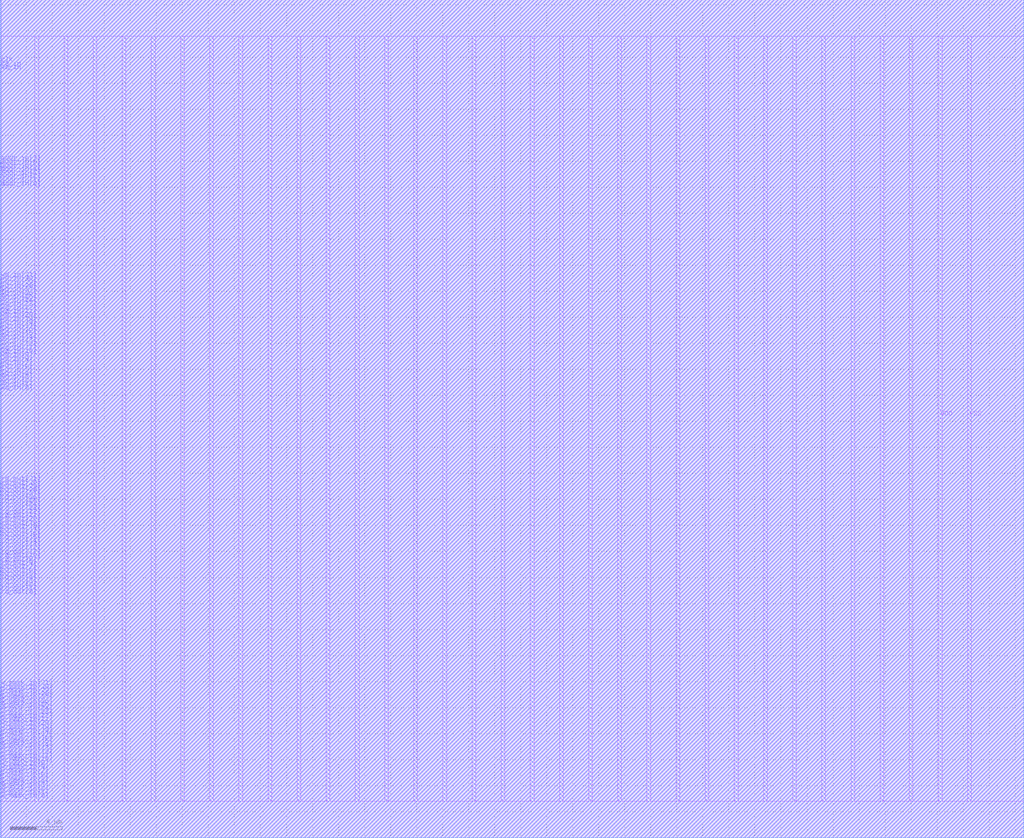
<source format=lef>
VERSION 5.7 ;
BUSBITCHARS "[]" ;
MACRO fakeram45_256x32_upper
  FOREIGN fakeram45_256x32_upper 0 0 ;
  SYMMETRY X Y R90 ;
  SIZE 78.660 BY 64.400 ;
  CLASS BLOCK ;
  PIN w_mask_in[0]
    DIRECTION INPUT ;
    USE SIGNAL ;
    SHAPE ABUTMENT ;
    PORT
      LAYER M18 ;
      RECT 0.000 2.800 0.070 2.870 ;
    END
  END w_mask_in[0]
  PIN w_mask_in[1]
    DIRECTION INPUT ;
    USE SIGNAL ;
    SHAPE ABUTMENT ;
    PORT
      LAYER M18 ;
      RECT 0.000 3.080 0.070 3.150 ;
    END
  END w_mask_in[1]
  PIN w_mask_in[2]
    DIRECTION INPUT ;
    USE SIGNAL ;
    SHAPE ABUTMENT ;
    PORT
      LAYER M18 ;
      RECT 0.000 3.360 0.070 3.430 ;
    END
  END w_mask_in[2]
  PIN w_mask_in[3]
    DIRECTION INPUT ;
    USE SIGNAL ;
    SHAPE ABUTMENT ;
    PORT
      LAYER M18 ;
      RECT 0.000 3.640 0.070 3.710 ;
    END
  END w_mask_in[3]
  PIN w_mask_in[4]
    DIRECTION INPUT ;
    USE SIGNAL ;
    SHAPE ABUTMENT ;
    PORT
      LAYER M18 ;
      RECT 0.000 3.920 0.070 3.990 ;
    END
  END w_mask_in[4]
  PIN w_mask_in[5]
    DIRECTION INPUT ;
    USE SIGNAL ;
    SHAPE ABUTMENT ;
    PORT
      LAYER M18 ;
      RECT 0.000 4.200 0.070 4.270 ;
    END
  END w_mask_in[5]
  PIN w_mask_in[6]
    DIRECTION INPUT ;
    USE SIGNAL ;
    SHAPE ABUTMENT ;
    PORT
      LAYER M18 ;
      RECT 0.000 4.480 0.070 4.550 ;
    END
  END w_mask_in[6]
  PIN w_mask_in[7]
    DIRECTION INPUT ;
    USE SIGNAL ;
    SHAPE ABUTMENT ;
    PORT
      LAYER M18 ;
      RECT 0.000 4.760 0.070 4.830 ;
    END
  END w_mask_in[7]
  PIN w_mask_in[8]
    DIRECTION INPUT ;
    USE SIGNAL ;
    SHAPE ABUTMENT ;
    PORT
      LAYER M18 ;
      RECT 0.000 5.040 0.070 5.110 ;
    END
  END w_mask_in[8]
  PIN w_mask_in[9]
    DIRECTION INPUT ;
    USE SIGNAL ;
    SHAPE ABUTMENT ;
    PORT
      LAYER M18 ;
      RECT 0.000 5.320 0.070 5.390 ;
    END
  END w_mask_in[9]
  PIN w_mask_in[10]
    DIRECTION INPUT ;
    USE SIGNAL ;
    SHAPE ABUTMENT ;
    PORT
      LAYER M18 ;
      RECT 0.000 5.600 0.070 5.670 ;
    END
  END w_mask_in[10]
  PIN w_mask_in[11]
    DIRECTION INPUT ;
    USE SIGNAL ;
    SHAPE ABUTMENT ;
    PORT
      LAYER M18 ;
      RECT 0.000 5.880 0.070 5.950 ;
    END
  END w_mask_in[11]
  PIN w_mask_in[12]
    DIRECTION INPUT ;
    USE SIGNAL ;
    SHAPE ABUTMENT ;
    PORT
      LAYER M18 ;
      RECT 0.000 6.160 0.070 6.230 ;
    END
  END w_mask_in[12]
  PIN w_mask_in[13]
    DIRECTION INPUT ;
    USE SIGNAL ;
    SHAPE ABUTMENT ;
    PORT
      LAYER M18 ;
      RECT 0.000 6.440 0.070 6.510 ;
    END
  END w_mask_in[13]
  PIN w_mask_in[14]
    DIRECTION INPUT ;
    USE SIGNAL ;
    SHAPE ABUTMENT ;
    PORT
      LAYER M18 ;
      RECT 0.000 6.720 0.070 6.790 ;
    END
  END w_mask_in[14]
  PIN w_mask_in[15]
    DIRECTION INPUT ;
    USE SIGNAL ;
    SHAPE ABUTMENT ;
    PORT
      LAYER M18 ;
      RECT 0.000 7.000 0.070 7.070 ;
    END
  END w_mask_in[15]
  PIN w_mask_in[16]
    DIRECTION INPUT ;
    USE SIGNAL ;
    SHAPE ABUTMENT ;
    PORT
      LAYER M18 ;
      RECT 0.000 7.280 0.070 7.350 ;
    END
  END w_mask_in[16]
  PIN w_mask_in[17]
    DIRECTION INPUT ;
    USE SIGNAL ;
    SHAPE ABUTMENT ;
    PORT
      LAYER M18 ;
      RECT 0.000 7.560 0.070 7.630 ;
    END
  END w_mask_in[17]
  PIN w_mask_in[18]
    DIRECTION INPUT ;
    USE SIGNAL ;
    SHAPE ABUTMENT ;
    PORT
      LAYER M18 ;
      RECT 0.000 7.840 0.070 7.910 ;
    END
  END w_mask_in[18]
  PIN w_mask_in[19]
    DIRECTION INPUT ;
    USE SIGNAL ;
    SHAPE ABUTMENT ;
    PORT
      LAYER M18 ;
      RECT 0.000 8.120 0.070 8.190 ;
    END
  END w_mask_in[19]
  PIN w_mask_in[20]
    DIRECTION INPUT ;
    USE SIGNAL ;
    SHAPE ABUTMENT ;
    PORT
      LAYER M18 ;
      RECT 0.000 8.400 0.070 8.470 ;
    END
  END w_mask_in[20]
  PIN w_mask_in[21]
    DIRECTION INPUT ;
    USE SIGNAL ;
    SHAPE ABUTMENT ;
    PORT
      LAYER M18 ;
      RECT 0.000 8.680 0.070 8.750 ;
    END
  END w_mask_in[21]
  PIN w_mask_in[22]
    DIRECTION INPUT ;
    USE SIGNAL ;
    SHAPE ABUTMENT ;
    PORT
      LAYER M18 ;
      RECT 0.000 8.960 0.070 9.030 ;
    END
  END w_mask_in[22]
  PIN w_mask_in[23]
    DIRECTION INPUT ;
    USE SIGNAL ;
    SHAPE ABUTMENT ;
    PORT
      LAYER M18 ;
      RECT 0.000 9.240 0.070 9.310 ;
    END
  END w_mask_in[23]
  PIN w_mask_in[24]
    DIRECTION INPUT ;
    USE SIGNAL ;
    SHAPE ABUTMENT ;
    PORT
      LAYER M18 ;
      RECT 0.000 9.520 0.070 9.590 ;
    END
  END w_mask_in[24]
  PIN w_mask_in[25]
    DIRECTION INPUT ;
    USE SIGNAL ;
    SHAPE ABUTMENT ;
    PORT
      LAYER M18 ;
      RECT 0.000 9.800 0.070 9.870 ;
    END
  END w_mask_in[25]
  PIN w_mask_in[26]
    DIRECTION INPUT ;
    USE SIGNAL ;
    SHAPE ABUTMENT ;
    PORT
      LAYER M18 ;
      RECT 0.000 10.080 0.070 10.150 ;
    END
  END w_mask_in[26]
  PIN w_mask_in[27]
    DIRECTION INPUT ;
    USE SIGNAL ;
    SHAPE ABUTMENT ;
    PORT
      LAYER M18 ;
      RECT 0.000 10.360 0.070 10.430 ;
    END
  END w_mask_in[27]
  PIN w_mask_in[28]
    DIRECTION INPUT ;
    USE SIGNAL ;
    SHAPE ABUTMENT ;
    PORT
      LAYER M18 ;
      RECT 0.000 10.640 0.070 10.710 ;
    END
  END w_mask_in[28]
  PIN w_mask_in[29]
    DIRECTION INPUT ;
    USE SIGNAL ;
    SHAPE ABUTMENT ;
    PORT
      LAYER M18 ;
      RECT 0.000 10.920 0.070 10.990 ;
    END
  END w_mask_in[29]
  PIN w_mask_in[30]
    DIRECTION INPUT ;
    USE SIGNAL ;
    SHAPE ABUTMENT ;
    PORT
      LAYER M18 ;
      RECT 0.000 11.200 0.070 11.270 ;
    END
  END w_mask_in[30]
  PIN w_mask_in[31]
    DIRECTION INPUT ;
    USE SIGNAL ;
    SHAPE ABUTMENT ;
    PORT
      LAYER M18 ;
      RECT 0.000 11.480 0.070 11.550 ;
    END
  END w_mask_in[31]
  PIN rd_out[0]
    DIRECTION OUTPUT ;
    USE SIGNAL ;
    SHAPE ABUTMENT ;
    PORT
      LAYER M18 ;
      RECT 0.000 18.480 0.070 18.550 ;
    END
  END rd_out[0]
  PIN rd_out[1]
    DIRECTION OUTPUT ;
    USE SIGNAL ;
    SHAPE ABUTMENT ;
    PORT
      LAYER M18 ;
      RECT 0.000 18.760 0.070 18.830 ;
    END
  END rd_out[1]
  PIN rd_out[2]
    DIRECTION OUTPUT ;
    USE SIGNAL ;
    SHAPE ABUTMENT ;
    PORT
      LAYER M18 ;
      RECT 0.000 19.040 0.070 19.110 ;
    END
  END rd_out[2]
  PIN rd_out[3]
    DIRECTION OUTPUT ;
    USE SIGNAL ;
    SHAPE ABUTMENT ;
    PORT
      LAYER M18 ;
      RECT 0.000 19.320 0.070 19.390 ;
    END
  END rd_out[3]
  PIN rd_out[4]
    DIRECTION OUTPUT ;
    USE SIGNAL ;
    SHAPE ABUTMENT ;
    PORT
      LAYER M18 ;
      RECT 0.000 19.600 0.070 19.670 ;
    END
  END rd_out[4]
  PIN rd_out[5]
    DIRECTION OUTPUT ;
    USE SIGNAL ;
    SHAPE ABUTMENT ;
    PORT
      LAYER M18 ;
      RECT 0.000 19.880 0.070 19.950 ;
    END
  END rd_out[5]
  PIN rd_out[6]
    DIRECTION OUTPUT ;
    USE SIGNAL ;
    SHAPE ABUTMENT ;
    PORT
      LAYER M18 ;
      RECT 0.000 20.160 0.070 20.230 ;
    END
  END rd_out[6]
  PIN rd_out[7]
    DIRECTION OUTPUT ;
    USE SIGNAL ;
    SHAPE ABUTMENT ;
    PORT
      LAYER M18 ;
      RECT 0.000 20.440 0.070 20.510 ;
    END
  END rd_out[7]
  PIN rd_out[8]
    DIRECTION OUTPUT ;
    USE SIGNAL ;
    SHAPE ABUTMENT ;
    PORT
      LAYER M18 ;
      RECT 0.000 20.720 0.070 20.790 ;
    END
  END rd_out[8]
  PIN rd_out[9]
    DIRECTION OUTPUT ;
    USE SIGNAL ;
    SHAPE ABUTMENT ;
    PORT
      LAYER M18 ;
      RECT 0.000 21.000 0.070 21.070 ;
    END
  END rd_out[9]
  PIN rd_out[10]
    DIRECTION OUTPUT ;
    USE SIGNAL ;
    SHAPE ABUTMENT ;
    PORT
      LAYER M18 ;
      RECT 0.000 21.280 0.070 21.350 ;
    END
  END rd_out[10]
  PIN rd_out[11]
    DIRECTION OUTPUT ;
    USE SIGNAL ;
    SHAPE ABUTMENT ;
    PORT
      LAYER M18 ;
      RECT 0.000 21.560 0.070 21.630 ;
    END
  END rd_out[11]
  PIN rd_out[12]
    DIRECTION OUTPUT ;
    USE SIGNAL ;
    SHAPE ABUTMENT ;
    PORT
      LAYER M18 ;
      RECT 0.000 21.840 0.070 21.910 ;
    END
  END rd_out[12]
  PIN rd_out[13]
    DIRECTION OUTPUT ;
    USE SIGNAL ;
    SHAPE ABUTMENT ;
    PORT
      LAYER M18 ;
      RECT 0.000 22.120 0.070 22.190 ;
    END
  END rd_out[13]
  PIN rd_out[14]
    DIRECTION OUTPUT ;
    USE SIGNAL ;
    SHAPE ABUTMENT ;
    PORT
      LAYER M18 ;
      RECT 0.000 22.400 0.070 22.470 ;
    END
  END rd_out[14]
  PIN rd_out[15]
    DIRECTION OUTPUT ;
    USE SIGNAL ;
    SHAPE ABUTMENT ;
    PORT
      LAYER M18 ;
      RECT 0.000 22.680 0.070 22.750 ;
    END
  END rd_out[15]
  PIN rd_out[16]
    DIRECTION OUTPUT ;
    USE SIGNAL ;
    SHAPE ABUTMENT ;
    PORT
      LAYER M18 ;
      RECT 0.000 22.960 0.070 23.030 ;
    END
  END rd_out[16]
  PIN rd_out[17]
    DIRECTION OUTPUT ;
    USE SIGNAL ;
    SHAPE ABUTMENT ;
    PORT
      LAYER M18 ;
      RECT 0.000 23.240 0.070 23.310 ;
    END
  END rd_out[17]
  PIN rd_out[18]
    DIRECTION OUTPUT ;
    USE SIGNAL ;
    SHAPE ABUTMENT ;
    PORT
      LAYER M18 ;
      RECT 0.000 23.520 0.070 23.590 ;
    END
  END rd_out[18]
  PIN rd_out[19]
    DIRECTION OUTPUT ;
    USE SIGNAL ;
    SHAPE ABUTMENT ;
    PORT
      LAYER M18 ;
      RECT 0.000 23.800 0.070 23.870 ;
    END
  END rd_out[19]
  PIN rd_out[20]
    DIRECTION OUTPUT ;
    USE SIGNAL ;
    SHAPE ABUTMENT ;
    PORT
      LAYER M18 ;
      RECT 0.000 24.080 0.070 24.150 ;
    END
  END rd_out[20]
  PIN rd_out[21]
    DIRECTION OUTPUT ;
    USE SIGNAL ;
    SHAPE ABUTMENT ;
    PORT
      LAYER M18 ;
      RECT 0.000 24.360 0.070 24.430 ;
    END
  END rd_out[21]
  PIN rd_out[22]
    DIRECTION OUTPUT ;
    USE SIGNAL ;
    SHAPE ABUTMENT ;
    PORT
      LAYER M18 ;
      RECT 0.000 24.640 0.070 24.710 ;
    END
  END rd_out[22]
  PIN rd_out[23]
    DIRECTION OUTPUT ;
    USE SIGNAL ;
    SHAPE ABUTMENT ;
    PORT
      LAYER M18 ;
      RECT 0.000 24.920 0.070 24.990 ;
    END
  END rd_out[23]
  PIN rd_out[24]
    DIRECTION OUTPUT ;
    USE SIGNAL ;
    SHAPE ABUTMENT ;
    PORT
      LAYER M18 ;
      RECT 0.000 25.200 0.070 25.270 ;
    END
  END rd_out[24]
  PIN rd_out[25]
    DIRECTION OUTPUT ;
    USE SIGNAL ;
    SHAPE ABUTMENT ;
    PORT
      LAYER M18 ;
      RECT 0.000 25.480 0.070 25.550 ;
    END
  END rd_out[25]
  PIN rd_out[26]
    DIRECTION OUTPUT ;
    USE SIGNAL ;
    SHAPE ABUTMENT ;
    PORT
      LAYER M18 ;
      RECT 0.000 25.760 0.070 25.830 ;
    END
  END rd_out[26]
  PIN rd_out[27]
    DIRECTION OUTPUT ;
    USE SIGNAL ;
    SHAPE ABUTMENT ;
    PORT
      LAYER M18 ;
      RECT 0.000 26.040 0.070 26.110 ;
    END
  END rd_out[27]
  PIN rd_out[28]
    DIRECTION OUTPUT ;
    USE SIGNAL ;
    SHAPE ABUTMENT ;
    PORT
      LAYER M18 ;
      RECT 0.000 26.320 0.070 26.390 ;
    END
  END rd_out[28]
  PIN rd_out[29]
    DIRECTION OUTPUT ;
    USE SIGNAL ;
    SHAPE ABUTMENT ;
    PORT
      LAYER M18 ;
      RECT 0.000 26.600 0.070 26.670 ;
    END
  END rd_out[29]
  PIN rd_out[30]
    DIRECTION OUTPUT ;
    USE SIGNAL ;
    SHAPE ABUTMENT ;
    PORT
      LAYER M18 ;
      RECT 0.000 26.880 0.070 26.950 ;
    END
  END rd_out[30]
  PIN rd_out[31]
    DIRECTION OUTPUT ;
    USE SIGNAL ;
    SHAPE ABUTMENT ;
    PORT
      LAYER M18 ;
      RECT 0.000 27.160 0.070 27.230 ;
    END
  END rd_out[31]
  PIN wd_in[0]
    DIRECTION INPUT ;
    USE SIGNAL ;
    SHAPE ABUTMENT ;
    PORT
      LAYER M18 ;
      RECT 0.000 34.160 0.070 34.230 ;
    END
  END wd_in[0]
  PIN wd_in[1]
    DIRECTION INPUT ;
    USE SIGNAL ;
    SHAPE ABUTMENT ;
    PORT
      LAYER M18 ;
      RECT 0.000 34.440 0.070 34.510 ;
    END
  END wd_in[1]
  PIN wd_in[2]
    DIRECTION INPUT ;
    USE SIGNAL ;
    SHAPE ABUTMENT ;
    PORT
      LAYER M18 ;
      RECT 0.000 34.720 0.070 34.790 ;
    END
  END wd_in[2]
  PIN wd_in[3]
    DIRECTION INPUT ;
    USE SIGNAL ;
    SHAPE ABUTMENT ;
    PORT
      LAYER M18 ;
      RECT 0.000 35.000 0.070 35.070 ;
    END
  END wd_in[3]
  PIN wd_in[4]
    DIRECTION INPUT ;
    USE SIGNAL ;
    SHAPE ABUTMENT ;
    PORT
      LAYER M18 ;
      RECT 0.000 35.280 0.070 35.350 ;
    END
  END wd_in[4]
  PIN wd_in[5]
    DIRECTION INPUT ;
    USE SIGNAL ;
    SHAPE ABUTMENT ;
    PORT
      LAYER M18 ;
      RECT 0.000 35.560 0.070 35.630 ;
    END
  END wd_in[5]
  PIN wd_in[6]
    DIRECTION INPUT ;
    USE SIGNAL ;
    SHAPE ABUTMENT ;
    PORT
      LAYER M18 ;
      RECT 0.000 35.840 0.070 35.910 ;
    END
  END wd_in[6]
  PIN wd_in[7]
    DIRECTION INPUT ;
    USE SIGNAL ;
    SHAPE ABUTMENT ;
    PORT
      LAYER M18 ;
      RECT 0.000 36.120 0.070 36.190 ;
    END
  END wd_in[7]
  PIN wd_in[8]
    DIRECTION INPUT ;
    USE SIGNAL ;
    SHAPE ABUTMENT ;
    PORT
      LAYER M18 ;
      RECT 0.000 36.400 0.070 36.470 ;
    END
  END wd_in[8]
  PIN wd_in[9]
    DIRECTION INPUT ;
    USE SIGNAL ;
    SHAPE ABUTMENT ;
    PORT
      LAYER M18 ;
      RECT 0.000 36.680 0.070 36.750 ;
    END
  END wd_in[9]
  PIN wd_in[10]
    DIRECTION INPUT ;
    USE SIGNAL ;
    SHAPE ABUTMENT ;
    PORT
      LAYER M18 ;
      RECT 0.000 36.960 0.070 37.030 ;
    END
  END wd_in[10]
  PIN wd_in[11]
    DIRECTION INPUT ;
    USE SIGNAL ;
    SHAPE ABUTMENT ;
    PORT
      LAYER M18 ;
      RECT 0.000 37.240 0.070 37.310 ;
    END
  END wd_in[11]
  PIN wd_in[12]
    DIRECTION INPUT ;
    USE SIGNAL ;
    SHAPE ABUTMENT ;
    PORT
      LAYER M18 ;
      RECT 0.000 37.520 0.070 37.590 ;
    END
  END wd_in[12]
  PIN wd_in[13]
    DIRECTION INPUT ;
    USE SIGNAL ;
    SHAPE ABUTMENT ;
    PORT
      LAYER M18 ;
      RECT 0.000 37.800 0.070 37.870 ;
    END
  END wd_in[13]
  PIN wd_in[14]
    DIRECTION INPUT ;
    USE SIGNAL ;
    SHAPE ABUTMENT ;
    PORT
      LAYER M18 ;
      RECT 0.000 38.080 0.070 38.150 ;
    END
  END wd_in[14]
  PIN wd_in[15]
    DIRECTION INPUT ;
    USE SIGNAL ;
    SHAPE ABUTMENT ;
    PORT
      LAYER M18 ;
      RECT 0.000 38.360 0.070 38.430 ;
    END
  END wd_in[15]
  PIN wd_in[16]
    DIRECTION INPUT ;
    USE SIGNAL ;
    SHAPE ABUTMENT ;
    PORT
      LAYER M18 ;
      RECT 0.000 38.640 0.070 38.710 ;
    END
  END wd_in[16]
  PIN wd_in[17]
    DIRECTION INPUT ;
    USE SIGNAL ;
    SHAPE ABUTMENT ;
    PORT
      LAYER M18 ;
      RECT 0.000 38.920 0.070 38.990 ;
    END
  END wd_in[17]
  PIN wd_in[18]
    DIRECTION INPUT ;
    USE SIGNAL ;
    SHAPE ABUTMENT ;
    PORT
      LAYER M18 ;
      RECT 0.000 39.200 0.070 39.270 ;
    END
  END wd_in[18]
  PIN wd_in[19]
    DIRECTION INPUT ;
    USE SIGNAL ;
    SHAPE ABUTMENT ;
    PORT
      LAYER M18 ;
      RECT 0.000 39.480 0.070 39.550 ;
    END
  END wd_in[19]
  PIN wd_in[20]
    DIRECTION INPUT ;
    USE SIGNAL ;
    SHAPE ABUTMENT ;
    PORT
      LAYER M18 ;
      RECT 0.000 39.760 0.070 39.830 ;
    END
  END wd_in[20]
  PIN wd_in[21]
    DIRECTION INPUT ;
    USE SIGNAL ;
    SHAPE ABUTMENT ;
    PORT
      LAYER M18 ;
      RECT 0.000 40.040 0.070 40.110 ;
    END
  END wd_in[21]
  PIN wd_in[22]
    DIRECTION INPUT ;
    USE SIGNAL ;
    SHAPE ABUTMENT ;
    PORT
      LAYER M18 ;
      RECT 0.000 40.320 0.070 40.390 ;
    END
  END wd_in[22]
  PIN wd_in[23]
    DIRECTION INPUT ;
    USE SIGNAL ;
    SHAPE ABUTMENT ;
    PORT
      LAYER M18 ;
      RECT 0.000 40.600 0.070 40.670 ;
    END
  END wd_in[23]
  PIN wd_in[24]
    DIRECTION INPUT ;
    USE SIGNAL ;
    SHAPE ABUTMENT ;
    PORT
      LAYER M18 ;
      RECT 0.000 40.880 0.070 40.950 ;
    END
  END wd_in[24]
  PIN wd_in[25]
    DIRECTION INPUT ;
    USE SIGNAL ;
    SHAPE ABUTMENT ;
    PORT
      LAYER M18 ;
      RECT 0.000 41.160 0.070 41.230 ;
    END
  END wd_in[25]
  PIN wd_in[26]
    DIRECTION INPUT ;
    USE SIGNAL ;
    SHAPE ABUTMENT ;
    PORT
      LAYER M18 ;
      RECT 0.000 41.440 0.070 41.510 ;
    END
  END wd_in[26]
  PIN wd_in[27]
    DIRECTION INPUT ;
    USE SIGNAL ;
    SHAPE ABUTMENT ;
    PORT
      LAYER M18 ;
      RECT 0.000 41.720 0.070 41.790 ;
    END
  END wd_in[27]
  PIN wd_in[28]
    DIRECTION INPUT ;
    USE SIGNAL ;
    SHAPE ABUTMENT ;
    PORT
      LAYER M18 ;
      RECT 0.000 42.000 0.070 42.070 ;
    END
  END wd_in[28]
  PIN wd_in[29]
    DIRECTION INPUT ;
    USE SIGNAL ;
    SHAPE ABUTMENT ;
    PORT
      LAYER M18 ;
      RECT 0.000 42.280 0.070 42.350 ;
    END
  END wd_in[29]
  PIN wd_in[30]
    DIRECTION INPUT ;
    USE SIGNAL ;
    SHAPE ABUTMENT ;
    PORT
      LAYER M18 ;
      RECT 0.000 42.560 0.070 42.630 ;
    END
  END wd_in[30]
  PIN wd_in[31]
    DIRECTION INPUT ;
    USE SIGNAL ;
    SHAPE ABUTMENT ;
    PORT
      LAYER M18 ;
      RECT 0.000 42.840 0.070 42.910 ;
    END
  END wd_in[31]
  PIN addr_in[0]
    DIRECTION INPUT ;
    USE SIGNAL ;
    SHAPE ABUTMENT ;
    PORT
      LAYER M18 ;
      RECT 0.000 49.840 0.070 49.910 ;
    END
  END addr_in[0]
  PIN addr_in[1]
    DIRECTION INPUT ;
    USE SIGNAL ;
    SHAPE ABUTMENT ;
    PORT
      LAYER M18 ;
      RECT 0.000 50.120 0.070 50.190 ;
    END
  END addr_in[1]
  PIN addr_in[2]
    DIRECTION INPUT ;
    USE SIGNAL ;
    SHAPE ABUTMENT ;
    PORT
      LAYER M18 ;
      RECT 0.000 50.400 0.070 50.470 ;
    END
  END addr_in[2]
  PIN addr_in[3]
    DIRECTION INPUT ;
    USE SIGNAL ;
    SHAPE ABUTMENT ;
    PORT
      LAYER M18 ;
      RECT 0.000 50.680 0.070 50.750 ;
    END
  END addr_in[3]
  PIN addr_in[4]
    DIRECTION INPUT ;
    USE SIGNAL ;
    SHAPE ABUTMENT ;
    PORT
      LAYER M18 ;
      RECT 0.000 50.960 0.070 51.030 ;
    END
  END addr_in[4]
  PIN addr_in[5]
    DIRECTION INPUT ;
    USE SIGNAL ;
    SHAPE ABUTMENT ;
    PORT
      LAYER M18 ;
      RECT 0.000 51.240 0.070 51.310 ;
    END
  END addr_in[5]
  PIN addr_in[6]
    DIRECTION INPUT ;
    USE SIGNAL ;
    SHAPE ABUTMENT ;
    PORT
      LAYER M18 ;
      RECT 0.000 51.520 0.070 51.590 ;
    END
  END addr_in[6]
  PIN addr_in[7]
    DIRECTION INPUT ;
    USE SIGNAL ;
    SHAPE ABUTMENT ;
    PORT
      LAYER M18 ;
      RECT 0.000 51.800 0.070 51.870 ;
    END
  END addr_in[7]
  PIN we_in
    DIRECTION INPUT ;
    USE SIGNAL ;
    SHAPE ABUTMENT ;
    PORT
      LAYER M18 ;
      RECT 0.000 58.800 0.070 58.870 ;
    END
  END we_in
  PIN ce_in
    DIRECTION INPUT ;
    USE SIGNAL ;
    SHAPE ABUTMENT ;
    PORT
      LAYER M18 ;
      RECT 0.000 59.080 0.070 59.150 ;
    END
  END ce_in
  PIN clk
    DIRECTION INPUT ;
    USE SIGNAL ;
    SHAPE ABUTMENT ;
    PORT
      LAYER M18 ;
      RECT 0.000 59.360 0.070 59.430 ;
    END
  END clk
  PIN VSS
    DIRECTION INOUT ;
    USE GROUND ;
    PORT
      LAYER M17 ;
      RECT 2.660 2.800 2.940 61.600 ;
      RECT 7.140 2.800 7.420 61.600 ;
      RECT 11.620 2.800 11.900 61.600 ;
      RECT 16.100 2.800 16.380 61.600 ;
      RECT 20.580 2.800 20.860 61.600 ;
      RECT 25.060 2.800 25.340 61.600 ;
      RECT 29.540 2.800 29.820 61.600 ;
      RECT 34.020 2.800 34.300 61.600 ;
      RECT 38.500 2.800 38.780 61.600 ;
      RECT 42.980 2.800 43.260 61.600 ;
      RECT 47.460 2.800 47.740 61.600 ;
      RECT 51.940 2.800 52.220 61.600 ;
      RECT 56.420 2.800 56.700 61.600 ;
      RECT 60.900 2.800 61.180 61.600 ;
      RECT 65.380 2.800 65.660 61.600 ;
      RECT 69.860 2.800 70.140 61.600 ;
      RECT 74.340 2.800 74.620 61.600 ;
    END
  END VSS
  PIN VDD
    DIRECTION INOUT ;
    USE POWER ;
    PORT
      LAYER M17 ;
      RECT 4.900 2.800 5.180 61.600 ;
      RECT 9.380 2.800 9.660 61.600 ;
      RECT 13.860 2.800 14.140 61.600 ;
      RECT 18.340 2.800 18.620 61.600 ;
      RECT 22.820 2.800 23.100 61.600 ;
      RECT 27.300 2.800 27.580 61.600 ;
      RECT 31.780 2.800 32.060 61.600 ;
      RECT 36.260 2.800 36.540 61.600 ;
      RECT 40.740 2.800 41.020 61.600 ;
      RECT 45.220 2.800 45.500 61.600 ;
      RECT 49.700 2.800 49.980 61.600 ;
      RECT 54.180 2.800 54.460 61.600 ;
      RECT 58.660 2.800 58.940 61.600 ;
      RECT 63.140 2.800 63.420 61.600 ;
      RECT 67.620 2.800 67.900 61.600 ;
      RECT 72.100 2.800 72.380 61.600 ;
    END
  END VDD
  OBS
    LAYER M20 ;
    RECT 0 0 78.660 64.400 ;
    LAYER M19 ;
    RECT 0 0 78.660 64.400 ;
    LAYER M18 ;
    RECT 0.070 0 78.660 64.400 ;
    RECT 0 0.000 0.070 2.800 ;
    RECT 0 2.870 0.070 3.080 ;
    RECT 0 3.150 0.070 3.360 ;
    RECT 0 3.430 0.070 3.640 ;
    RECT 0 3.710 0.070 3.920 ;
    RECT 0 3.990 0.070 4.200 ;
    RECT 0 4.270 0.070 4.480 ;
    RECT 0 4.550 0.070 4.760 ;
    RECT 0 4.830 0.070 5.040 ;
    RECT 0 5.110 0.070 5.320 ;
    RECT 0 5.390 0.070 5.600 ;
    RECT 0 5.670 0.070 5.880 ;
    RECT 0 5.950 0.070 6.160 ;
    RECT 0 6.230 0.070 6.440 ;
    RECT 0 6.510 0.070 6.720 ;
    RECT 0 6.790 0.070 7.000 ;
    RECT 0 7.070 0.070 7.280 ;
    RECT 0 7.350 0.070 7.560 ;
    RECT 0 7.630 0.070 7.840 ;
    RECT 0 7.910 0.070 8.120 ;
    RECT 0 8.190 0.070 8.400 ;
    RECT 0 8.470 0.070 8.680 ;
    RECT 0 8.750 0.070 8.960 ;
    RECT 0 9.030 0.070 9.240 ;
    RECT 0 9.310 0.070 9.520 ;
    RECT 0 9.590 0.070 9.800 ;
    RECT 0 9.870 0.070 10.080 ;
    RECT 0 10.150 0.070 10.360 ;
    RECT 0 10.430 0.070 10.640 ;
    RECT 0 10.710 0.070 10.920 ;
    RECT 0 10.990 0.070 11.200 ;
    RECT 0 11.270 0.070 11.480 ;
    RECT 0 11.550 0.070 18.480 ;
    RECT 0 18.550 0.070 18.760 ;
    RECT 0 18.830 0.070 19.040 ;
    RECT 0 19.110 0.070 19.320 ;
    RECT 0 19.390 0.070 19.600 ;
    RECT 0 19.670 0.070 19.880 ;
    RECT 0 19.950 0.070 20.160 ;
    RECT 0 20.230 0.070 20.440 ;
    RECT 0 20.510 0.070 20.720 ;
    RECT 0 20.790 0.070 21.000 ;
    RECT 0 21.070 0.070 21.280 ;
    RECT 0 21.350 0.070 21.560 ;
    RECT 0 21.630 0.070 21.840 ;
    RECT 0 21.910 0.070 22.120 ;
    RECT 0 22.190 0.070 22.400 ;
    RECT 0 22.470 0.070 22.680 ;
    RECT 0 22.750 0.070 22.960 ;
    RECT 0 23.030 0.070 23.240 ;
    RECT 0 23.310 0.070 23.520 ;
    RECT 0 23.590 0.070 23.800 ;
    RECT 0 23.870 0.070 24.080 ;
    RECT 0 24.150 0.070 24.360 ;
    RECT 0 24.430 0.070 24.640 ;
    RECT 0 24.710 0.070 24.920 ;
    RECT 0 24.990 0.070 25.200 ;
    RECT 0 25.270 0.070 25.480 ;
    RECT 0 25.550 0.070 25.760 ;
    RECT 0 25.830 0.070 26.040 ;
    RECT 0 26.110 0.070 26.320 ;
    RECT 0 26.390 0.070 26.600 ;
    RECT 0 26.670 0.070 26.880 ;
    RECT 0 26.950 0.070 27.160 ;
    RECT 0 27.230 0.070 34.160 ;
    RECT 0 34.230 0.070 34.440 ;
    RECT 0 34.510 0.070 34.720 ;
    RECT 0 34.790 0.070 35.000 ;
    RECT 0 35.070 0.070 35.280 ;
    RECT 0 35.350 0.070 35.560 ;
    RECT 0 35.630 0.070 35.840 ;
    RECT 0 35.910 0.070 36.120 ;
    RECT 0 36.190 0.070 36.400 ;
    RECT 0 36.470 0.070 36.680 ;
    RECT 0 36.750 0.070 36.960 ;
    RECT 0 37.030 0.070 37.240 ;
    RECT 0 37.310 0.070 37.520 ;
    RECT 0 37.590 0.070 37.800 ;
    RECT 0 37.870 0.070 38.080 ;
    RECT 0 38.150 0.070 38.360 ;
    RECT 0 38.430 0.070 38.640 ;
    RECT 0 38.710 0.070 38.920 ;
    RECT 0 38.990 0.070 39.200 ;
    RECT 0 39.270 0.070 39.480 ;
    RECT 0 39.550 0.070 39.760 ;
    RECT 0 39.830 0.070 40.040 ;
    RECT 0 40.110 0.070 40.320 ;
    RECT 0 40.390 0.070 40.600 ;
    RECT 0 40.670 0.070 40.880 ;
    RECT 0 40.950 0.070 41.160 ;
    RECT 0 41.230 0.070 41.440 ;
    RECT 0 41.510 0.070 41.720 ;
    RECT 0 41.790 0.070 42.000 ;
    RECT 0 42.070 0.070 42.280 ;
    RECT 0 42.350 0.070 42.560 ;
    RECT 0 42.630 0.070 42.840 ;
    RECT 0 42.910 0.070 49.840 ;
    RECT 0 49.910 0.070 50.120 ;
    RECT 0 50.190 0.070 50.400 ;
    RECT 0 50.470 0.070 50.680 ;
    RECT 0 50.750 0.070 50.960 ;
    RECT 0 51.030 0.070 51.240 ;
    RECT 0 51.310 0.070 51.520 ;
    RECT 0 51.590 0.070 51.800 ;
    RECT 0 51.870 0.070 58.800 ;
    RECT 0 58.870 0.070 59.080 ;
    RECT 0 59.150 0.070 59.360 ;
    RECT 0 59.430 0.070 64.400 ;
    LAYER M17 ;
    RECT 0 0 78.660 2.800 ;
    RECT 0 61.600 78.660 64.400 ;
    RECT 0.000 2.800 2.660 61.600 ;
    RECT 2.940 2.800 4.900 61.600 ;
    RECT 5.180 2.800 7.140 61.600 ;
    RECT 7.420 2.800 9.380 61.600 ;
    RECT 9.660 2.800 11.620 61.600 ;
    RECT 11.900 2.800 13.860 61.600 ;
    RECT 14.140 2.800 16.100 61.600 ;
    RECT 16.380 2.800 18.340 61.600 ;
    RECT 18.620 2.800 20.580 61.600 ;
    RECT 20.860 2.800 22.820 61.600 ;
    RECT 23.100 2.800 25.060 61.600 ;
    RECT 25.340 2.800 27.300 61.600 ;
    RECT 27.580 2.800 29.540 61.600 ;
    RECT 29.820 2.800 31.780 61.600 ;
    RECT 32.060 2.800 34.020 61.600 ;
    RECT 34.300 2.800 36.260 61.600 ;
    RECT 36.540 2.800 38.500 61.600 ;
    RECT 38.780 2.800 40.740 61.600 ;
    RECT 41.020 2.800 42.980 61.600 ;
    RECT 43.260 2.800 45.220 61.600 ;
    RECT 45.500 2.800 47.460 61.600 ;
    RECT 47.740 2.800 49.700 61.600 ;
    RECT 49.980 2.800 51.940 61.600 ;
    RECT 52.220 2.800 54.180 61.600 ;
    RECT 54.460 2.800 56.420 61.600 ;
    RECT 56.700 2.800 58.660 61.600 ;
    RECT 58.940 2.800 60.900 61.600 ;
    RECT 61.180 2.800 63.140 61.600 ;
    RECT 63.420 2.800 65.380 61.600 ;
    RECT 65.660 2.800 67.620 61.600 ;
    RECT 67.900 2.800 69.860 61.600 ;
    RECT 70.140 2.800 72.100 61.600 ;
    RECT 72.380 2.800 74.340 61.600 ;
    RECT 74.620 2.800 78.660 61.600 ;
  END
END fakeram45_256x32_upper

END LIBRARY

</source>
